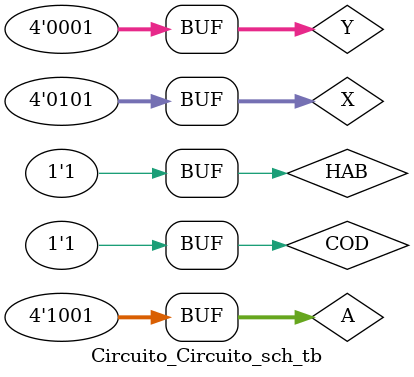
<source format=v>

`timescale 1ns / 1ps

module Circuito_Circuito_sch_tb();

// Inputs
   reg HAB;
   reg COD;
   reg [3:0] A;
   reg [3:0] X;
   reg [3:0] Y;

// Output
   wire [3:0] B;
   wire [3:0] C;
   wire Cout0;
   wire Cout1;

// Bidirs

// Instantiate the UUT
   Circuito UUT (
		.HAB(HAB), 
		.COD(COD), 
		.A(A), 
		.X(X), 
		.Y(Y), 
		.B(B), 
		.C(C), 
		.Cout0(Cout0), 
		.Cout1(Cout1)
   );
// Initialize Inputs
   `ifdef auto_init       
		 initial begin
		HAB = 0;
		COD = 0;
		A = 4'b0000;
		X = 4'b0101;
		Y = 4'b0001;
   `endif
	
		
	initial
	begin
				
		X = 4'b0101;
		Y = 4'b0001;
		HAB = 0;
		COD = 0;
		A = 4'b0000;
		
		#25
				
		A = 4'b0001;
		
		#25
		
		A = 4'b0010;
		
		#25
		
		A = 4'b0011;
		
		#25
		
		A = 4'b0100;
		
		#25
		
		A = 4'b0101;
		
		#25
		
		A = 4'b0110;
		
		#25
		
		A = 4'b0111;
		
		#25
		
		A = 4'b1000;
		
		#25
		
		A = 4'b1001;
		
		#25
		
		HAB = 0;
		COD = 1;
		A = 4'b0000;
		
		#25
		
		A = 4'b0001;
		
		#25
		
		A = 4'b0010;
		
		#25
		
		A = 4'b0011;
		
		#25
		
		A = 4'b0100;
		
		#25
		
		A = 4'b0101;
		
		#25
		
		A = 4'b0110;
		
		#25
		
		A = 4'b0111;
		
		#25
		
		A = 4'b1000;
		
		#25
		
		A = 4'b1001;
		
		#25
		
		HAB = 1;
		COD = 0;
		A = 4'b0000;
		
		#25
		
		A = 4'b0001;
		
		#25
		
		A = 4'b0010;
		
		#25
		
		A = 4'b0011;
		
		#25
		
		A = 4'b0100;
		
		#25
		
		A = 4'b0101;
		
		#25
		
		A = 4'b0110;
		
		#25
		
		A = 4'b0111;
		
		#25
		
		A = 4'b1000;
		
		#25
		
		A = 4'b1001;
		
		#25
		
		HAB = 1;
		COD = 1;
		A = 4'b0000;
		
		#25
		
		A = 4'b0001;
		
		#25
		
		A = 4'b0010;
		
		#25
		
		A = 4'b0011;
		
		#25
		
		A = 4'b0100;
		
		#25
		
		A = 4'b0101;
		
		#25
		
		A = 4'b0110;
		
		#25
		
		A = 4'b0111;
		
		#25
		
		A = 4'b1000;
		
		#25
		
		A = 4'b1001;
	
	
		
	end
endmodule



</source>
